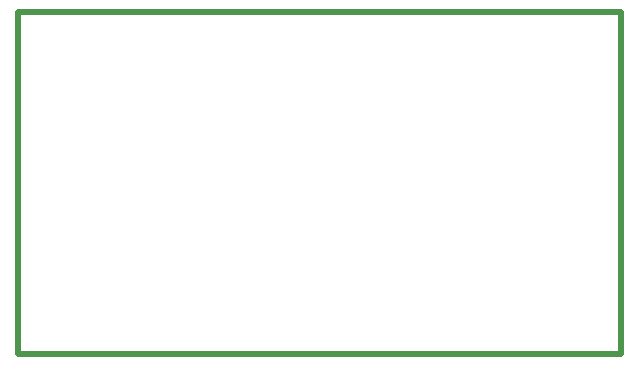
<source format=gm1>
G04 Layer_Color=16711935*
%FSLAX25Y25*%
%MOIN*%
G70*
G01*
G75*
%ADD51C,0.02000*%
D51*
X200787Y0D02*
Y114173D01*
X0Y0D02*
Y114173D01*
Y0D02*
X200787D01*
X0Y114173D02*
X200787D01*
M02*

</source>
